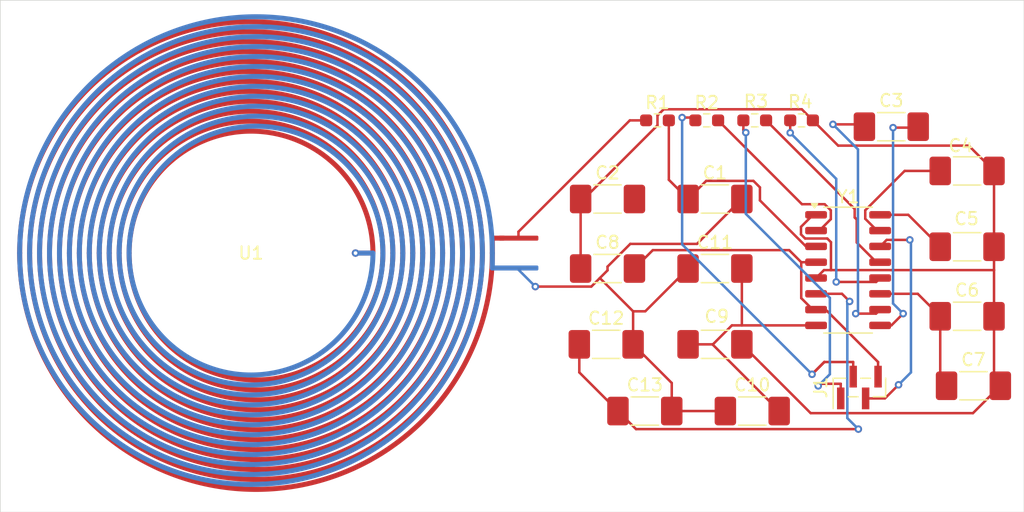
<source format=kicad_pcb>
(kicad_pcb (version 20241229) (generator "pcbnew") (generator_version "9.0")
  (layers (0 "F.Cu" signal) (2 "B.Cu" signal) (13 "F.Paste" user) (15 "B.Paste" user) (5 "F.SilkS" user "F.Silkscreen") (7 "B.SilkS" user "B.Silkscreen") (1 "F.Mask" user) (3 "B.Mask" user) (25 "Edge.Cuts" user))
  (net 0 "")
  (net 1 "Net-(Y1-ANT1)")
  (net 2 "Net-(U1-ANT_2)")
  (net 3 "Net-(Y1-DVSS)")
  (net 4 "GND")
  (net 5 "Net-(Y1-CDEC_OUT)")
  (net 6 "Net-(Y1-CDEC_IN)")
  (net 7 "Net-(Y1-FCAP)")
  (net 8 "Net-(Y1-DC2)")
  (net 9 "Net-(Y1-AGND)")
  (net 10 "+5V")
  (net 11 "Net-(Y1-DEMOD_IN)")
  (net 12 "Net-(J1-Pin_1)")
  (net 13 "Net-(J1-Pin_3)")
  (net 14 "Net-(J1-Pin_2)")
  (net 15 "Net-(U1-ANT_1)")
  (net 16 "Net-(Y1-RDY{slash}CLK)")
  (net 17 "Net-(Y1-DEMOD_OUT)")
  (net 18 "Net-(Y1-MOD)")
  (net 19 "Net-(Y1-ANT2)")
  (footprint "Capacitor_SMD:C_1808_4520Metric_Pad1.72x2.30mm_HandSolder" (layer "F.Cu") (at 156.3335 105.664)
    (property "Reference" "C8" (at 0 -2.1 0) (layer "F.SilkS"))
    (property "Value" "100 nF")
    (fp_line (start -1.097369 -1.135) (end 1.097369 -1.135) (stroke (width 0.12)) (layer "F.SilkS"))
    (fp_line (start -1.097369 1.135) (end 1.097369 1.135) (stroke (width 0.12)) (layer "F.SilkS"))
    (pad "1" smd roundrect (at -2.1625 0) (size 1.725 2.3) (layers "F.Cu" "F.Mask" "F.Paste") (roundrect_rratio 0.144928) (net 3 "Net-(Y1-DVSS)"))
    (pad "2" smd roundrect (at 2.1625 0) (size 1.725 2.3) (layers "F.Cu" "F.Mask" "F.Paste") (roundrect_rratio 0.144928) (net 10 "+5V"))
  )
  (footprint "Resistor_SMD:R_0603_1608Metric_Pad0.98x0.95mm_HandSolder" (layer "F.Cu") (at 160.3495 93.754)
    (property "Reference" "R1" (at 0 -1.43 0) (layer "F.SilkS"))
    (property "Value" "27Ω")
    (fp_line (start -0.254724 -0.5225) (end 0.254724 -0.5225) (stroke (width 0.12)) (layer "F.SilkS"))
    (fp_line (start -0.254724 0.5225) (end 0.254724 0.5225) (stroke (width 0.12)) (layer "F.SilkS"))
    (pad "1" smd roundrect (at -0.9125 0) (size 0.975 0.95) (layers "F.Cu" "F.Mask" "F.Paste") (net 15 "Net-(U1-ANT_1)"))
    (pad "2" smd roundrect (at 0.9125 0) (size 0.975 0.95) (layers "F.Cu" "F.Mask" "F.Paste") (net 1 "Net-(Y1-ANT1)"))
  )
  (footprint "Resistor_SMD:R_0603_1608Metric_Pad0.98x0.95mm_HandSolder" (layer "F.Cu") (at 164.31 93.754)
    (property "Reference" "R2" (at 0 -1.43 0) (layer "F.SilkS"))
    (property "Value" "10 kΩ")
    (fp_line (start -0.254724 -0.5225) (end 0.254724 -0.5225) (stroke (width 0.12)) (layer "F.SilkS"))
    (fp_line (start -0.254724 0.5225) (end 0.254724 0.5225) (stroke (width 0.12)) (layer "F.SilkS"))
    (pad "1" smd roundrect (at -0.9125 0) (size 0.975 0.95) (layers "F.Cu" "F.Mask" "F.Paste") (net 14 "Net-(J1-Pin_2)"))
    (pad "2" smd roundrect (at 0.9125 0) (size 0.975 0.95) (layers "F.Cu" "F.Mask" "F.Paste") (net 16 "Net-(Y1-RDY{slash}CLK)"))
  )
  (footprint "Capacitor_SMD:C_1808_4520Metric_Pad1.72x2.30mm_HandSolder" (layer "F.Cu") (at 185.2415 97.818)
    (property "Reference" "C4" (at -0.508 -2.032 0) (layer "F.SilkS"))
    (property "Value" "10nF")
    (fp_line (start -1.097369 -1.135) (end 1.097369 -1.135) (stroke (width 0.12)) (layer "F.SilkS"))
    (fp_line (start -1.097369 1.135) (end 1.097369 1.135) (stroke (width 0.12)) (layer "F.SilkS"))
    (pad "1" smd roundrect (at -2.1625 0) (size 1.725 2.3) (layers "F.Cu" "F.Mask" "F.Paste") (roundrect_rratio 0.144928) (net 7 "Net-(Y1-FCAP)"))
    (pad "2" smd roundrect (at 2.1625 0) (size 1.725 2.3) (layers "F.Cu" "F.Mask" "F.Paste") (roundrect_rratio 0.144928) (net 3 "Net-(Y1-DVSS)"))
  )
  (footprint "Capacitor_SMD:C_1808_4520Metric_Pad1.72x2.30mm_HandSolder" (layer "F.Cu") (at 156.227 111.76)
    (property "Reference" "C12" (at 0 -2.1 0) (layer "F.SilkS"))
    (property "Value" "1nF")
    (fp_line (start -1.097369 -1.135) (end 1.097369 -1.135) (stroke (width 0.12)) (layer "F.SilkS"))
    (fp_line (start -1.097369 1.135) (end 1.097369 1.135) (stroke (width 0.12)) (layer "F.SilkS"))
    (pad "1" smd roundrect (at -2.1625 0) (size 1.725 2.3) (layers "F.Cu" "F.Mask" "F.Paste") (roundrect_rratio 0.144928) (net 19 "Net-(Y1-ANT2)"))
    (pad "2" smd roundrect (at 2.1625 0) (size 1.725 2.3) (layers "F.Cu" "F.Mask" "F.Paste") (roundrect_rratio 0.144928) (net 2 "Net-(U1-ANT_2)"))
  )
  (footprint "antenna:134.2khz_2" (layer "F.Cu") (at 127.6735 104.422)
    (property "Reference" "U1" (at 0 0 0) (layer "F.SilkS"))
    (property "Value" "~")
    (fp_line (start 9.8 0) (end 8.4 0) (stroke (width 0.4)) (layer "F.Cu"))
    (fp_line (start 19.4 -1.2) (end 20.3 -1.2) (stroke (width 0.4)) (layer "F.Cu"))
    (fp_line (start 19.4 0) (end 19.4 -1.2) (stroke (width 0.4)) (layer "F.Cu"))
    (fp_arc (start -18.6 0) (mid 0 -18.6) (end 18.6 0) (stroke (width 0.4)) (layer "F.Cu"))
    (fp_arc (start -17.8 0) (mid 0 -17.8) (end 17.8 0) (stroke (width 0.4)) (layer "F.Cu"))
    (fp_arc (start -17 0) (mid 0 -17) (end 17 0) (stroke (width 0.4)) (layer "F.Cu"))
    (fp_arc (start -16.2 0) (mid 0 -16.2) (end 16.2 0) (stroke (width 0.4)) (layer "F.Cu"))
    (fp_arc (start -15.4 0) (mid 0 -15.4) (end 15.4 0) (stroke (width 0.4)) (layer "F.Cu"))
    (fp_arc (start -14.6 0) (mid 0 -14.6) (end 14.6 0) (stroke (width 0.4)) (layer "F.Cu"))
    (fp_arc (start -13.8 0) (mid 0 -13.8) (end 13.8 0) (stroke (width 0.4)) (layer "F.Cu"))
    (fp_arc (start -13 0) (mid 0 -13) (end 13 0) (stroke (width 0.4)) (layer "F.Cu"))
    (fp_arc (start -12.2 0) (mid 0 -12.2) (end 12.2 0) (stroke (width 0.4)) (layer "F.Cu"))
    (fp_arc (start -11.4 0) (mid 0 -11.4) (end 11.4 0) (stroke (width 0.4)) (layer "F.Cu"))
    (fp_arc (start -10.6 0) (mid 0 -10.6) (end 10.6 0) (stroke (width 0.4)) (layer "F.Cu"))
    (fp_arc (start -9.8 0) (mid 0 -9.8) (end 9.8 0) (stroke (width 0.4)) (layer "F.Cu"))
    (fp_arc (start 10.6 0) (mid 0.4 10.2) (end -9.8 0) (stroke (width 0.4)) (layer "F.Cu"))
    (fp_arc (start 11.4 0) (mid 0.4 11) (end -10.6 0) (stroke (width 0.4)) (layer "F.Cu"))
    (fp_arc (start 12.2 0) (mid 0.4 11.8) (end -11.4 0) (stroke (width 0.4)) (layer "F.Cu"))
    (fp_arc (start 13 0) (mid 0.4 12.6) (end -12.2 0) (stroke (width 0.4)) (layer "F.Cu"))
    (fp_arc (start 13.8 0) (mid 0.4 13.4) (end -13 0) (stroke (width 0.4)) (layer "F.Cu"))
    (fp_arc (start 14.6 0) (mid 0.4 14.2) (end -13.8 0) (stroke (width 0.4)) (layer "F.Cu"))
    (fp_arc (start 15.4 0) (mid 0.4 15) (end -14.6 0) (stroke (width 0.4)) (layer "F.Cu"))
    (fp_arc (start 16.2 0) (mid 0.4 15.8) (end -15.4 0) (stroke (width 0.4)) (layer "F.Cu"))
    (fp_arc (start 17 0) (mid 0.4 16.6) (end -16.2 0) (stroke (width 0.4)) (layer "F.Cu"))
    (fp_arc (start 17.8 0) (mid 0.4 17.4) (end -17 0) (stroke (width 0.4)) (layer "F.Cu"))
    (fp_arc (start 18.6 0) (mid 0.4 18.2) (end -17.8 0) (stroke (width 0.4)) (layer "F.Cu"))
    (fp_arc (start 19.4 0) (mid 0.4 19) (end -18.6 0) (stroke (width 0.4)) (layer "F.Cu"))
    (fp_line (start 9.8 0) (end 8.4 0) (stroke (width 0.4)) (layer "B.Cu"))
    (fp_line (start 19.4 0) (end 19.4 1.2) (stroke (width 0.4)) (layer "B.Cu"))
    (fp_line (start 19.4 1.2) (end 20.3 1.2) (stroke (width 0.4)) (layer "B.Cu"))
    (fp_arc (start -18.6 0) (mid 0.4 -19) (end 19.4 0) (stroke (width 0.4)) (layer "B.Cu"))
    (fp_arc (start -17.8 0) (mid 0.4 -18.2) (end 18.6 0) (stroke (width 0.4)) (layer "B.Cu"))
    (fp_arc (start -17 0) (mid 0.4 -17.4) (end 17.8 0) (stroke (width 0.4)) (layer "B.Cu"))
    (fp_arc (start -16.2 0) (mid 0.4 -16.6) (end 17 0) (stroke (width 0.4)) (layer "B.Cu"))
    (fp_arc (start -15.4 0) (mid 0.4 -15.8) (end 16.2 0) (stroke (width 0.4)) (layer "B.Cu"))
    (fp_arc (start -14.6 0) (mid 0.4 -15) (end 15.4 0) (stroke (width 0.4)) (layer "B.Cu"))
    (fp_arc (start -13.8 0) (mid 0.4 -14.2) (end 14.6 0) (stroke (width 0.4)) (layer "B.Cu"))
    (fp_arc (start -13 0) (mid 0.4 -13.4) (end 13.8 0) (stroke (width 0.4)) (layer "B.Cu"))
    (fp_arc (start -12.2 0) (mid 0.4 -12.6) (end 13 0) (stroke (width 0.4)) (layer "B.Cu"))
    (fp_arc (start -11.4 0) (mid 0.4 -11.8) (end 12.2 0) (stroke (width 0.4)) (layer "B.Cu"))
    (fp_arc (start -10.6 0) (mid 0.4 -11) (end 11.4 0) (stroke (width 0.4)) (layer "B.Cu"))
    (fp_arc (start -9.8 0) (mid 0.4 -10.2) (end 10.6 0) (stroke (width 0.4)) (layer "B.Cu"))
    (fp_arc (start 9.8 0) (mid 0 9.8) (end -9.8 0) (stroke (width 0.4)) (layer "B.Cu"))
    (fp_arc (start 10.6 0) (mid 0 10.6) (end -10.6 0) (stroke (width 0.4)) (layer "B.Cu"))
    (fp_arc (start 11.4 0) (mid 0 11.4) (end -11.4 0) (stroke (width 0.4)) (layer "B.Cu"))
    (fp_arc (start 12.2 0) (mid 0 12.2) (end -12.2 0) (stroke (width 0.4)) (layer "B.Cu"))
    (fp_arc (start 13 0) (mid 0 13) (end -13 0) (stroke (width 0.4)) (layer "B.Cu"))
    (fp_arc (start 13.8 0) (mid 0 13.8) (end -13.8 0) (stroke (width 0.4)) (layer "B.Cu"))
    (fp_arc (start 14.6 0) (mid 0 14.6) (end -14.6 0) (stroke (width 0.4)) (layer "B.Cu"))
    (fp_arc (start 15.4 0) (mid 0 15.4) (end -15.4 0) (stroke (width 0.4)) (layer "B.Cu"))
    (fp_arc (start 16.2 0) (mid 0 16.2) (end -16.2 0) (stroke (width 0.4)) (layer "B.Cu"))
    (fp_arc (start 17 0) (mid 0 17) (end -17 0) (stroke (width 0.4)) (layer "B.Cu"))
    (fp_arc (start 17.8 0) (mid 0 17.8) (end -17.8 0) (stroke (width 0.4)) (layer "B.Cu"))
    (fp_arc (start 18.6 0) (mid 0 18.6) (end -18.6 0) (stroke (width 0.4)) (layer "B.Cu"))
    (pad "0" thru_hole circle (at 8.4 0) (size 0.6 0.6) (drill 0.3) (layers "*.Cu"))
    (pad "1" smd roundrect (at 21.5 -1.2) (size 3.2 0.4) (layers "F.Cu") (net 15 "Net-(U1-ANT_1)"))
    (pad "2" smd roundrect (at 21.5 1.2) (size 3.2 0.4) (layers "B.Cu") (net 2 "Net-(U1-ANT_2)"))
  )
  (footprint "Resistor_SMD:R_0603_1608Metric_Pad0.98x0.95mm_HandSolder" (layer "F.Cu") (at 171.93 93.754)
    (property "Reference" "R4" (at -0.1035 -1.494 0) (layer "F.SilkS"))
    (property "Value" "10 kΩ")
    (fp_line (start -0.254724 -0.5225) (end 0.254724 -0.5225) (stroke (width 0.12)) (layer "F.SilkS"))
    (fp_line (start -0.254724 0.5225) (end 0.254724 0.5225) (stroke (width 0.12)) (layer "F.SilkS"))
    (pad "1" smd roundrect (at -0.9125 0) (size 0.975 0.95) (layers "F.Cu" "F.Mask" "F.Paste") (net 18 "Net-(Y1-MOD)"))
    (pad "2" smd roundrect (at 0.9125 0) (size 0.975 0.95) (layers "F.Cu" "F.Mask" "F.Paste") (net 3 "Net-(Y1-DVSS)"))
  )
  (footprint "Capacitor_SMD:C_1808_4520Metric_Pad1.72x2.30mm_HandSolder" (layer "F.Cu") (at 167.9695 117.122)
    (property "Reference" "C10" (at 0 -2.1 0) (layer "F.SilkS"))
    (property "Value" "22pF")
    (fp_line (start -1.097369 -1.135) (end 1.097369 -1.135) (stroke (width 0.12)) (layer "F.SilkS"))
    (fp_line (start -1.097369 1.135) (end 1.097369 1.135) (stroke (width 0.12)) (layer "F.SilkS"))
    (pad "1" smd roundrect (at -2.1625 0) (size 1.725 2.3) (layers "F.Cu" "F.Mask" "F.Paste") (roundrect_rratio 0.144928) (net 2 "Net-(U1-ANT_2)"))
    (pad "2" smd roundrect (at 2.1625 0) (size 1.725 2.3) (layers "F.Cu" "F.Mask" "F.Paste") (roundrect_rratio 0.144928) (net 11 "Net-(Y1-DEMOD_IN)"))
  )
  (footprint "Capacitor_SMD:C_1808_4520Metric_Pad1.72x2.30mm_HandSolder" (layer "F.Cu") (at 179.1455 94.262)
    (property "Reference" "C3" (at 0 -2.1 0) (layer "F.SilkS"))
    (property "Value" "100 nF")
    (fp_line (start -1.097369 -1.135) (end 1.097369 -1.135) (stroke (width 0.12)) (layer "F.SilkS"))
    (fp_line (start -1.097369 1.135) (end 1.097369 1.135) (stroke (width 0.12)) (layer "F.SilkS"))
    (pad "1" smd roundrect (at -2.1625 0) (size 1.725 2.3) (layers "F.Cu" "F.Mask" "F.Paste") (roundrect_rratio 0.144928) (net 6 "Net-(Y1-CDEC_IN)"))
    (pad "2" smd roundrect (at 2.1625 0) (size 1.725 2.3) (layers "F.Cu" "F.Mask" "F.Paste") (roundrect_rratio 0.144928) (net 5 "Net-(Y1-CDEC_OUT)"))
  )
  (footprint "Capacitor_SMD:C_1808_4520Metric_Pad1.72x2.30mm_HandSolder" (layer "F.Cu") (at 185.2415 109.502)
    (property "Reference" "C6" (at 0 -2.1 0) (layer "F.SilkS"))
    (property "Value" "100 nF")
    (fp_line (start -1.097369 -1.135) (end 1.097369 -1.135) (stroke (width 0.12)) (layer "F.SilkS"))
    (fp_line (start -1.097369 1.135) (end 1.097369 1.135) (stroke (width 0.12)) (layer "F.SilkS"))
    (pad "1" smd roundrect (at -2.1625 0) (size 1.725 2.3) (layers "F.Cu" "F.Mask" "F.Paste") (roundrect_rratio 0.144928) (net 9 "Net-(Y1-AGND)"))
    (pad "2" smd roundrect (at 2.1625 0) (size 1.725 2.3) (layers "F.Cu" "F.Mask" "F.Paste") (roundrect_rratio 0.144928) (net 3 "Net-(Y1-DVSS)"))
  )
  (footprint "Capacitor_SMD:C_1808_4520Metric_Pad1.72x2.30mm_HandSolder" (layer "F.Cu") (at 159.3335 117.122)
    (property "Reference" "C13" (at 0 -2.1 0) (layer "F.SilkS"))
    (property "Value" "1nF")
    (fp_line (start -1.097369 -1.135) (end 1.097369 -1.135) (stroke (width 0.12)) (layer "F.SilkS"))
    (fp_line (start -1.097369 1.135) (end 1.097369 1.135) (stroke (width 0.12)) (layer "F.SilkS"))
    (pad "1" smd roundrect (at -2.1625 0) (size 1.725 2.3) (layers "F.Cu" "F.Mask" "F.Paste") (roundrect_rratio 0.144928) (net 19 "Net-(Y1-ANT2)"))
    (pad "2" smd roundrect (at 2.1625 0) (size 1.725 2.3) (layers "F.Cu" "F.Mask" "F.Paste") (roundrect_rratio 0.144928) (net 2 "Net-(U1-ANT_2)"))
  )
  (footprint "Capacitor_SMD:C_1808_4520Metric_Pad1.72x2.30mm_HandSolder" (layer "F.Cu") (at 164.9695 100.076)
    (property "Reference" "C1" (at 0 -2.1 0) (layer "F.SilkS"))
    (property "Value" "2.4nF")
    (fp_line (start -1.097369 -1.135) (end 1.097369 -1.135) (stroke (width 0.12)) (layer "F.SilkS"))
    (fp_line (start -1.097369 1.135) (end 1.097369 1.135) (stroke (width 0.12)) (layer "F.SilkS"))
    (pad "1" smd roundrect (at -2.1625 0) (size 1.725 2.3) (layers "F.Cu" "F.Mask" "F.Paste") (roundrect_rratio 0.144928) (net 1 "Net-(Y1-ANT1)"))
    (pad "2" smd roundrect (at 2.1625 0) (size 1.725 2.3) (layers "F.Cu" "F.Mask" "F.Paste") (roundrect_rratio 0.144928) (net 2 "Net-(U1-ANT_2)"))
  )
  (footprint "Resistor_SMD:R_0603_1608Metric_Pad0.98x0.95mm_HandSolder" (layer "F.Cu") (at 168.167 93.754)
    (property "Reference" "R3" (at 0.1035 -1.524 0) (layer "F.SilkS"))
    (property "Value" "1 kΩ")
    (fp_line (start -0.254724 -0.5225) (end 0.254724 -0.5225) (stroke (width 0.12)) (layer "F.SilkS"))
    (fp_line (start -0.254724 0.5225) (end 0.254724 0.5225) (stroke (width 0.12)) (layer "F.SilkS"))
    (pad "1" smd roundrect (at -0.9125 0) (size 0.975 0.95) (layers "F.Cu" "F.Mask" "F.Paste") (net 12 "Net-(J1-Pin_1)"))
    (pad "2" smd roundrect (at 0.9125 0) (size 0.975 0.95) (layers "F.Cu" "F.Mask" "F.Paste") (net 17 "Net-(Y1-DEMOD_OUT)"))
  )
  (footprint "Package_SO:SO-16_3.9x9.9mm_P1.27mm" (layer "F.Cu") (at 175.6725 105.791)
    (property "Reference" "Y1" (at 0 -5.9 0) (layer "F.SilkS"))
    (property "Value" "EM4095HMSO16A+")
    (fp_line (start 0 -5.06) (end -1.95 -5.06) (stroke (width 0.12)) (layer "F.SilkS"))
    (fp_line (start 0 -5.06) (end 1.95 -5.06) (stroke (width 0.12)) (layer "F.SilkS"))
    (fp_line (start 0 5.06) (end -1.95 5.06) (stroke (width 0.12)) (layer "F.SilkS"))
    (fp_line (start 0 5.06) (end 1.95 5.06) (stroke (width 0.12)) (layer "F.SilkS"))
    (fp_poly (pts (xy -2.7 -5.005) (xy -2.94 -5.335) (xy -2.46 -5.335)) (stroke (width 0.12)) (fill yes) (layer "F.SilkS"))
    (pad "1" smd roundrect (at -2.575 -4.445) (size 1.75 0.6) (layers "F.Cu" "F.Mask" "F.Paste") (net 3 "Net-(Y1-DVSS)"))
    (pad "2" smd roundrect (at -2.575 -3.175) (size 1.75 0.6) (layers "F.Cu" "F.Mask" "F.Paste") (net 16 "Net-(Y1-RDY{slash}CLK)"))
    (pad "3" smd roundrect (at -2.575 -1.905) (size 1.75 0.6) (layers "F.Cu" "F.Mask" "F.Paste") (net 1 "Net-(Y1-ANT1)"))
    (pad "4" smd roundrect (at -2.575 -0.635) (size 1.75 0.6) (layers "F.Cu" "F.Mask" "F.Paste") (net 10 "+5V"))
    (pad "5" smd roundrect (at -2.575 0.635) (size 1.75 0.6) (layers "F.Cu" "F.Mask" "F.Paste") (net 3 "Net-(Y1-DVSS)"))
    (pad "6" smd roundrect (at -2.575 1.905) (size 1.75 0.6) (layers "F.Cu" "F.Mask" "F.Paste") (net 19 "Net-(Y1-ANT2)"))
    (pad "7" smd roundrect (at -2.575 3.175) (size 1.75 0.6) (layers "F.Cu" "F.Mask" "F.Paste") (net 10 "+5V"))
    (pad "8" smd roundrect (at -2.575 4.445) (size 1.75 0.6) (layers "F.Cu" "F.Mask" "F.Paste") (net 11 "Net-(Y1-DEMOD_IN)"))
    (pad "9" smd roundrect (at 2.575 4.445) (size 1.75 0.6) (layers "F.Cu" "F.Mask" "F.Paste") (net 5 "Net-(Y1-CDEC_OUT)"))
    (pad "10" smd roundrect (at 2.575 3.175) (size 1.75 0.6) (layers "F.Cu" "F.Mask" "F.Paste") (net 6 "Net-(Y1-CDEC_IN)"))
    (pad "11" smd roundrect (at 2.575 1.905) (size 1.75 0.6) (layers "F.Cu" "F.Mask" "F.Paste") (net 9 "Net-(Y1-AGND)"))
    (pad "12" smd roundrect (at 2.575 0.635) (size 1.75 0.6) (layers "F.Cu" "F.Mask" "F.Paste") (net 18 "Net-(Y1-MOD)"))
    (pad "13" smd roundrect (at 2.575 -0.635) (size 1.75 0.6) (layers "F.Cu" "F.Mask" "F.Paste") (net 17 "Net-(Y1-DEMOD_OUT)"))
    (pad "14" smd roundrect (at 2.575 -1.905) (size 1.75 0.6) (layers "F.Cu" "F.Mask" "F.Paste") (net 13 "Net-(J1-Pin_3)"))
    (pad "15" smd roundrect (at 2.575 -3.175) (size 1.75 0.6) (layers "F.Cu" "F.Mask" "F.Paste") (net 7 "Net-(Y1-FCAP)"))
    (pad "16" smd roundrect (at 2.575 -4.445) (size 1.75 0.6) (layers "F.Cu" "F.Mask" "F.Paste") (net 8 "Net-(Y1-DC2)"))
  )
  (footprint "Capacitor_SMD:C_1808_4520Metric_Pad1.72x2.30mm_HandSolder" (layer "F.Cu") (at 164.9695 111.76)
    (property "Reference" "C9" (at 0.1405 -2.246 0) (layer "F.SilkS"))
    (property "Value" "1.5nF")
    (fp_line (start -1.097369 -1.135) (end 1.097369 -1.135) (stroke (width 0.12)) (layer "F.SilkS"))
    (fp_line (start -1.097369 1.135) (end 1.097369 1.135) (stroke (width 0.12)) (layer "F.SilkS"))
    (pad "1" smd roundrect (at -2.1625 0) (size 1.725 2.3) (layers "F.Cu" "F.Mask" "F.Paste") (roundrect_rratio 0.144928) (net 11 "Net-(Y1-DEMOD_IN)"))
    (pad "2" smd roundrect (at 2.1625 0) (size 1.725 2.3) (layers "F.Cu" "F.Mask" "F.Paste") (roundrect_rratio 0.144928) (net 3 "Net-(Y1-DVSS)"))
  )
  (footprint "Connector_PinHeader_1.00mm:PinHeader_1x04_P1.00mm_Vertical_SMD_Pin1Left" (layer "F.Cu") (at 176.5815 115.231 90)
    (property "Reference" "J1" (at 0 -3.11 90) (layer "F.SilkS"))
    (property "Value" "Conn_01x04")
    (fp_line (start 0.745 -2.11) (end 0.745 -1.11) (stroke (width 0.12)) (layer "F.SilkS"))
    (fp_line (start -0.745 -2.11) (end 0.745 -2.11) (stroke (width 0.12)) (layer "F.SilkS"))
    (fp_line (start -0.745 -2.11) (end -0.745 -2.11) (stroke (width 0.12)) (layer "F.SilkS"))
    (fp_line (start -0.745 -2.11) (end -1.69 -2.11) (stroke (width 0.12)) (layer "F.SilkS"))
    (fp_line (start -0.745 -0.89) (end -0.745 -0.11) (stroke (width 0.12)) (layer "F.SilkS"))
    (fp_line (start 0.745 0.11) (end 0.745 0.89) (stroke (width 0.12)) (layer "F.SilkS"))
    (fp_line (start -0.745 1.11) (end -0.745 2.11) (stroke (width 0.12)) (layer "F.SilkS"))
    (fp_line (start 0.745 2.11) (end 0.745 2.11) (stroke (width 0.12)) (layer "F.SilkS"))
    (fp_line (start -0.745 2.11) (end 0.745 2.11) (stroke (width 0.12)) (layer "F.SilkS"))
    (pad "1" smd rect (at -0.875 -1.5 90) (size 1.75 0.6) (layers "F.Cu" "F.Mask" "F.Paste") (net 12 "Net-(J1-Pin_1)"))
    (pad "2" smd rect (at 0.875 -0.5 90) (size 1.75 0.6) (layers "F.Cu" "F.Mask" "F.Paste") (net 14 "Net-(J1-Pin_2)"))
    (pad "3" smd rect (at -0.875 0.5 90) (size 1.75 0.6) (layers "F.Cu" "F.Mask" "F.Paste") (net 13 "Net-(J1-Pin_3)"))
    (pad "4" smd rect (at 0.875 1.5 90) (size 1.75 0.6) (layers "F.Cu" "F.Mask" "F.Paste") (net 10 "+5V"))
  )
  (footprint "Capacitor_SMD:C_1808_4520Metric_Pad1.72x2.30mm_HandSolder" (layer "F.Cu") (at 185.7495 115.09)
    (property "Reference" "C7" (at 0 -2.1 0) (layer "F.SilkS"))
    (property "Value" "100 nF")
    (fp_line (start -1.097369 -1.135) (end 1.097369 -1.135) (stroke (width 0.12)) (layer "F.SilkS"))
    (fp_line (start -1.097369 1.135) (end 1.097369 1.135) (stroke (width 0.12)) (layer "F.SilkS"))
    (pad "1" smd roundrect (at -2.1625 0) (size 1.725 2.3) (layers "F.Cu" "F.Mask" "F.Paste") (roundrect_rratio 0.144928) (net 9 "Net-(Y1-AGND)"))
    (pad "2" smd roundrect (at 2.1625 0) (size 1.725 2.3) (layers "F.Cu" "F.Mask" "F.Paste") (roundrect_rratio 0.144928) (net 3 "Net-(Y1-DVSS)"))
  )
  (footprint "Capacitor_SMD:C_1808_4520Metric_Pad1.72x2.30mm_HandSolder" (layer "F.Cu") (at 164.9695 105.664)
    (property "Reference" "C11" (at 0 -2.1 0) (layer "F.SilkS"))
    (property "Value" "22pF")
    (fp_line (start -1.097369 -1.135) (end 1.097369 -1.135) (stroke (width 0.12)) (layer "F.SilkS"))
    (fp_line (start -1.097369 1.135) (end 1.097369 1.135) (stroke (width 0.12)) (layer "F.SilkS"))
    (pad "1" smd roundrect (at -2.1625 0) (size 1.725 2.3) (layers "F.Cu" "F.Mask" "F.Paste") (roundrect_rratio 0.144928) (net 2 "Net-(U1-ANT_2)"))
    (pad "2" smd roundrect (at 2.1625 0) (size 1.725 2.3) (layers "F.Cu" "F.Mask" "F.Paste") (roundrect_rratio 0.144928) (net 11 "Net-(Y1-DEMOD_IN)"))
  )
  (footprint "Capacitor_SMD:C_1808_4520Metric_Pad1.72x2.30mm_HandSolder" (layer "F.Cu") (at 156.3335 100.076)
    (property "Reference" "C2" (at 0 -2.1 0) (layer "F.SilkS"))
    (property "Value" "100 nF")
    (fp_line (start -1.097369 -1.135) (end 1.097369 -1.135) (stroke (width 0.12)) (layer "F.SilkS"))
    (fp_line (start -1.097369 1.135) (end 1.097369 1.135) (stroke (width 0.12)) (layer "F.SilkS"))
    (pad "1" smd roundrect (at -2.1625 0) (size 1.725 2.3) (layers "F.Cu" "F.Mask" "F.Paste") (roundrect_rratio 0.144928) (net 3 "Net-(Y1-DVSS)"))
    (pad "2" smd roundrect (at 2.1625 0) (size 1.725 2.3) (layers "F.Cu" "F.Mask" "F.Paste") (roundrect_rratio 0.144928) (net 4 "GND"))
  )
  (footprint "Capacitor_SMD:C_1808_4520Metric_Pad1.72x2.30mm_HandSolder" (layer "F.Cu") (at 185.2415 103.914)
    (property "Reference" "C5" (at -0.048 -2.258 0) (layer "F.SilkS"))
    (property "Value" "10nF")
    (fp_line (start -1.097369 -1.135) (end 1.097369 -1.135) (stroke (width 0.12)) (layer "F.SilkS"))
    (fp_line (start -1.097369 1.135) (end 1.097369 1.135) (stroke (width 0.12)) (layer "F.SilkS"))
    (pad "1" smd roundrect (at -2.1625 0) (size 1.725 2.3) (layers "F.Cu" "F.Mask" "F.Paste") (roundrect_rratio 0.144928) (net 8 "Net-(Y1-DC2)"))
    (pad "2" smd roundrect (at 2.1625 0) (size 1.725 2.3) (layers "F.Cu" "F.Mask" "F.Paste") (roundrect_rratio 0.144928) (net 3 "Net-(Y1-DVSS)"))
  )
  (gr_rect (start 107.5175 84.102) (end 189.8135 125.25) (stroke (width 0.05)) (fill no) (layer "Edge.Cuts"))
  (segment (start 168.5852 99.1417) (end 168.0628 98.6193) (width 0.2) (layer "F.Cu") (net 1))
  (segment (start 172.2836 103.886) (end 168.5852 100.1876) (width 0.2) (layer "F.Cu") (net 1))
  (segment (start 164.2637 98.6193) (end 162.807 100.076) (width 0.2) (layer "F.Cu") (net 1))
  (segment (start 168.0628 98.6193) (end 164.2637 98.6193) (width 0.2) (layer "F.Cu") (net 1))
  (segment (start 173.0975 103.886) (end 172.2836 103.886) (width 0.2) (layer "F.Cu") (net 1))
  (segment (start 162.807 100.076) (end 161.262 98.531) (width 0.2) (layer "F.Cu") (net 1))
  (segment (start 161.262 98.531) (end 161.262 93.754) (width 0.2) (layer "F.Cu") (net 1))
  (segment (start 168.5852 100.1876) (end 168.5852 99.1417) (width 0.2) (layer "F.Cu") (net 1))
  (segment (start 159.3668 109.1042) (end 158.3895 109.1042) (width 0.2) (layer "F.Cu") (net 2))
  (segment (start 167.132 100.076) (end 163.5237 103.6843) (width 0.2) (layer "F.Cu") (net 2))
  (segment (start 156.3335 105.8125) (end 155.7157 106.4303) (width 0.2) (layer "F.Cu") (net 2))
  (segment (start 158.1611 103.6843) (end 156.3335 105.5119) (width 0.2) (layer "F.Cu") (net 2))
  (segment (start 161.496 114.8665) (end 158.3895 111.76) (width 0.2) (layer "F.Cu") (net 2))
  (segment (start 162.807 105.664) (end 159.3668 109.1042) (width 0.2) (layer "F.Cu") (net 2))
  (segment (start 155.0294 107.1166) (end 150.5298 107.1166) (width 0.2) (layer "F.Cu") (net 2))
  (segment (start 156.3335 105.5119) (end 156.3335 105.8125) (width 0.2) (layer "F.Cu") (net 2))
  (segment (start 155.7157 106.4303) (end 155.0294 107.1166) (width 0.2) (layer "F.Cu") (net 2))
  (segment (start 161.496 117.122) (end 161.496 114.8665) (width 0.2) (layer "F.Cu") (net 2))
  (segment (start 161.496 117.122) (end 165.807 117.122) (width 0.2) (layer "F.Cu") (net 2))
  (segment (start 158.3895 109.1042) (end 158.3895 111.76) (width 0.2) (layer "F.Cu") (net 2))
  (segment (start 163.5237 103.6843) (end 158.1611 103.6843) (width 0.2) (layer "F.Cu") (net 2))
  (segment (start 158.3895 109.1042) (end 155.7157 106.4303) (width 0.2) (layer "F.Cu") (net 2))
  (via (at 150.5298 107.1166) (size 0.6) (drill 0.3) (layers "F.Cu" "B.Cu") (net 2))
  (segment (start 149.1735 105.7603) (end 149.1735 105.622) (width 0.2) (layer "B.Cu") (net 2))
  (segment (start 150.5298 107.1166) (end 149.1735 105.7603) (width 0.2) (layer "B.Cu") (net 2))
  (segment (start 185.7114 117.2906) (end 187.912 115.09) (width 0.2) (layer "F.Cu") (net 3))
  (segment (start 171.9518 92.8633) (end 160.8472 92.8633) (width 0.2) (layer "F.Cu") (net 3))
  (segment (start 174.8727 95.7842) (end 185.3702 95.7842) (width 0.2) (layer "F.Cu") (net 3))
  (segment (start 172.8425 93.754) (end 171.9518 92.8633) (width 0.2) (layer "F.Cu") (net 3))
  (segment (start 173.0975 106.426) (end 173.7324 105.7911) (width 0.2) (layer "F.Cu") (net 3))
  (segment (start 154.171 105.664) (end 154.171 100.076) (width 0.2) (layer "F.Cu") (net 3))
  (segment (start 154.4255 100.076) (end 154.171 100.076) (width 0.2) (layer "F.Cu") (net 3))
  (segment (start 174.2953 105.7911) (end 187.404 105.7911) (width 0.2) (layer "F.Cu") (net 3))
  (segment (start 173.9984 103.251) (end 172.2166 103.251) (width 0.2) (layer "F.Cu") (net 3))
  (segment (start 187.404 109.502) (end 187.404 105.7911) (width 0.2) (layer "F.Cu") (net 3))
  (segment (start 187.404 105.7911) (end 187.404 103.914) (width 0.2) (layer "F.Cu") (net 3))
  (segment (start 174.2953 105.7911) (end 174.2953 103.5479) (width 0.2) (layer "F.Cu") (net 3))
  (segment (start 187.912 115.09) (end 187.404 114.582) (width 0.2) (layer "F.Cu") (net 3))
  (segment (start 160.3495 94.152) (end 154.4255 100.076) (width 0.2) (layer "F.Cu") (net 3))
  (segment (start 174.2953 103.5479) (end 173.9984 103.251) (width 0.2) (layer "F.Cu") (net 3))
  (segment (start 173.7324 105.7911) (end 174.2953 105.7911) (width 0.2) (layer "F.Cu") (net 3))
  (segment (start 187.404 114.582) (end 187.404 109.502) (width 0.2) (layer "F.Cu") (net 3))
  (segment (start 171.8859 102.3126) (end 172.8525 101.346) (width 0.2) (layer "F.Cu") (net 3))
  (segment (start 187.404 97.818) (end 187.404 103.914) (width 0.2) (layer "F.Cu") (net 3))
  (segment (start 185.3702 95.7842) (end 187.404 97.818) (width 0.2) (layer "F.Cu") (net 3))
  (segment (start 160.3495 93.361) (end 160.3495 94.152) (width 0.2) (layer "F.Cu") (net 3))
  (segment (start 172.6626 117.2906) (end 185.7114 117.2906) (width 0.2) (layer "F.Cu") (net 3))
  (segment (start 167.132 111.76) (end 172.6626 117.2906) (width 0.2) (layer "F.Cu") (net 3))
  (segment (start 172.8425 93.754) (end 174.8727 95.7842) (width 0.2) (layer "F.Cu") (net 3))
  (segment (start 172.8525 101.346) (end 173.0975 101.346) (width 0.2) (layer "F.Cu") (net 3))
  (segment (start 172.2166 103.251) (end 171.8859 102.9203) (width 0.2) (layer "F.Cu") (net 3))
  (segment (start 160.8472 92.8633) (end 160.3495 93.361) (width 0.2) (layer "F.Cu") (net 3))
  (segment (start 171.8859 102.9203) (end 171.8859 102.3126) (width 0.2) (layer "F.Cu") (net 3))
  (segment (start 179.1526 110.236) (end 180.0991 109.2895) (width 0.2) (layer "F.Cu") (net 5))
  (segment (start 181.2318 94.3382) (end 181.308 94.262) (width 0.2) (layer "F.Cu") (net 5))
  (segment (start 179.2866 94.3382) (end 181.2318 94.3382) (width 0.2) (layer "F.Cu") (net 5))
  (segment (start 178.2475 110.236) (end 179.1526 110.236) (width 0.2) (layer "F.Cu") (net 5))
  (via (at 180.0991 109.2895) (size 0.6) (drill 0.3) (layers "F.Cu" "B.Cu") (net 5))
  (via (at 179.2866 94.3382) (size 0.6) (drill 0.3) (layers "F.Cu" "B.Cu") (net 5))
  (segment (start 179.2866 94.3382) (end 179.2866 108.477) (width 0.2) (layer "B.Cu") (net 5))
  (segment (start 179.2866 108.477) (end 180.0991 109.2895) (width 0.2) (layer "B.Cu") (net 5))
  (segment (start 176.7959 94.0749) (end 176.983 94.262) (width 0.2) (layer "F.Cu") (net 6))
  (segment (start 177.924 109.2895) (end 178.2475 108.966) (width 0.2) (layer "F.Cu") (net 6))
  (segment (start 174.4546 94.0749) (end 176.7959 94.0749) (width 0.2) (layer "F.Cu") (net 6))
  (segment (start 176.2845 109.2895) (end 177.924 109.2895) (width 0.2) (layer "F.Cu") (net 6))
  (via (at 174.4546 94.0749) (size 0.6) (drill 0.3) (layers "F.Cu" "B.Cu") (net 6))
  (via (at 176.2845 109.2895) (size 0.6) (drill 0.3) (layers "F.Cu" "B.Cu") (net 6))
  (segment (start 176.4659 96.0862) (end 174.4546 94.0749) (width 0.2) (layer "B.Cu") (net 6))
  (segment (start 176.4659 109.1081) (end 176.4659 96.0862) (width 0.2) (layer "B.Cu") (net 6))
  (segment (start 176.2845 109.2895) (end 176.4659 109.1081) (width 0.2) (layer "B.Cu") (net 6))
  (segment (start 177.051 100.9837) (end 177.051 101.6643) (width 0.2) (layer "F.Cu") (net 7))
  (segment (start 183.079 97.818) (end 180.2167 97.818) (width 0.2) (layer "F.Cu") (net 7))
  (segment (start 180.2167 97.818) (end 177.051 100.9837) (width 0.2) (layer "F.Cu") (net 7))
  (segment (start 178.0027 102.616) (end 178.2475 102.616) (width 0.2) (layer "F.Cu") (net 7))
  (segment (start 177.051 101.6643) (end 178.0027 102.616) (width 0.2) (layer "F.Cu") (net 7))
  (segment (start 183.079 103.914) (end 180.511 101.346) (width 0.2) (layer "F.Cu") (net 8))
  (segment (start 180.511 101.346) (end 178.2475 101.346) (width 0.2) (layer "F.Cu") (net 8))
  (segment (start 181.273 107.696) (end 183.079 109.502) (width 0.2) (layer "F.Cu") (net 9))
  (segment (start 183.587 115.09) (end 183.079 114.582) (width 0.2) (layer "F.Cu") (net 9))
  (segment (start 183.079 114.582) (end 183.079 109.502) (width 0.2) (layer "F.Cu") (net 9))
  (segment (start 178.2475 107.696) (end 181.273 107.696) (width 0.2) (layer "F.Cu") (net 9))
  (segment (start 171.9054 108.043) (end 172.8284 108.966) (width 0.2) (layer "F.Cu") (net 10))
  (segment (start 173.8682 108.966) (end 178.0815 113.1793) (width 0.2) (layer "F.Cu") (net 10))
  (segment (start 170.9355 104.1861) (end 171.9054 105.156) (width 0.2) (layer "F.Cu") (net 10))
  (segment (start 171.9054 105.156) (end 173.0975 105.156) (width 0.2) (layer "F.Cu") (net 10))
  (segment (start 171.9054 105.156) (end 171.9054 108.043) (width 0.2) (layer "F.Cu") (net 10))
  (segment (start 158.496 105.664) (end 159.9739 104.1861) (width 0.2) (layer "F.Cu") (net 10))
  (segment (start 172.8284 108.966) (end 173.0975 108.966) (width 0.2) (layer "F.Cu") (net 10))
  (segment (start 159.9739 104.1861) (end 170.9355 104.1861) (width 0.2) (layer "F.Cu") (net 10))
  (segment (start 178.0815 114.356) (end 178.0815 113.1793) (width 0.2) (layer "F.Cu") (net 10))
  (segment (start 173.0975 108.966) (end 173.8682 108.966) (width 0.2) (layer "F.Cu") (net 10))
  (segment (start 167.132 105.664) (end 167.132 110.236) (width 0.2) (layer "F.Cu") (net 11))
  (segment (start 164.8051 111.76) (end 166.3291 110.236) (width 0.2) (layer "F.Cu") (net 11))
  (segment (start 164.8051 111.7951) (end 164.8051 111.76) (width 0.2) (layer "F.Cu") (net 11))
  (segment (start 170.132 117.122) (end 164.8051 111.7951) (width 0.2) (layer "F.Cu") (net 11))
  (segment (start 166.3291 110.236) (end 167.132 110.236) (width 0.2) (layer "F.Cu") (net 11))
  (segment (start 164.8051 111.76) (end 162.807 111.76) (width 0.2) (layer "F.Cu") (net 11))
  (segment (start 167.132 110.236) (end 173.0975 110.236) (width 0.2) (layer "F.Cu") (net 11))
  (segment (start 173.4408 114.9293) (end 173.2712 115.0989) (width 0.2) (layer "F.Cu") (net 12))
  (segment (start 173.4408 114.9293) (end 175.0815 114.9293) (width 0.2) (layer "F.Cu") (net 12))
  (segment (start 175.0815 116.106) (end 175.0815 114.9293) (width 0.2) (layer "F.Cu") (net 12))
  (segment (start 167.2545 93.754) (end 167.2545 94.5392) (width 0.2) (layer "F.Cu") (net 12))
  (segment (start 173.2712 115.0989) (end 173.4408 114.9293) (width 0.2) (layer "F.Cu") (net 12))
  (segment (start 167.2545 94.5392) (end 167.4503 94.735) (width 0.2) (layer "F.Cu") (net 12))
  (segment (start 173.2712 115.0989) (end 173.4408 114.9293) (width 0.2) (layer "F.Cu") (net 12))
  (via (at 173.2712 115.0989) (size 0.6) (drill 0.3) (layers "F.Cu" "B.Cu") (net 12))
  (via (at 167.4503 94.735) (size 0.6) (drill 0.3) (layers "F.Cu" "B.Cu") (net 12))
  (segment (start 167.4503 101.2681) (end 167.4503 94.735) (width 0.2) (layer "B.Cu") (net 12))
  (segment (start 173.2712 115.0989) (end 173.4408 114.9293) (width 0.2) (layer "B.Cu") (net 12))
  (segment (start 173.4408 114.9293) (end 173.2712 115.0989) (width 0.2) (layer "B.Cu") (net 12))
  (segment (start 174.2072 108.025) (end 167.4503 101.2681) (width 0.2) (layer "B.Cu") (net 12))
  (segment (start 173.2712 115.0989) (end 174.2072 114.1629) (width 0.2) (layer "B.Cu") (net 12))
  (segment (start 174.2072 114.1629) (end 174.2072 108.025) (width 0.2) (layer "B.Cu") (net 12))
  (segment (start 178.635 116.106) (end 179.7283 115.0127) (width 0.2) (layer "F.Cu") (net 13))
  (segment (start 177.0815 116.106) (end 178.635 116.106) (width 0.2) (layer "F.Cu") (net 13))
  (segment (start 178.7701 103.3634) (end 178.2475 103.886) (width 0.2) (layer "F.Cu") (net 13))
  (segment (start 180.6371 103.3634) (end 178.7701 103.3634) (width 0.2) (layer "F.Cu") (net 13))
  (via (at 179.7283 115.0127) (size 0.6) (drill 0.3) (layers "F.Cu" "B.Cu") (net 13))
  (via (at 180.6371 103.3634) (size 0.6) (drill 0.3) (layers "F.Cu" "B.Cu") (net 13))
  (segment (start 180.7258 103.4521) (end 180.6371 103.3634) (width 0.2) (layer "B.Cu") (net 13))
  (segment (start 179.7283 115.0127) (end 180.7258 114.0152) (width 0.2) (layer "B.Cu") (net 13))
  (segment (start 180.7258 114.0152) (end 180.7258 103.4521) (width 0.2) (layer "B.Cu") (net 13))
  (segment (start 173.7625 113.1793) (end 172.7744 114.1674) (width 0.2) (layer "F.Cu") (net 14))
  (segment (start 172.7744 114.1674) (end 173.7625 113.1793) (width 0.2) (layer "F.Cu") (net 14))
  (segment (start 172.7732 114.1662) (end 172.7744 114.1674) (width 0.2) (layer "F.Cu") (net 14))
  (segment (start 163.1703 93.5268) (end 163.3975 93.754) (width 0.2) (layer "F.Cu") (net 14))
  (segment (start 176.0815 114.356) (end 176.0815 113.1793) (width 0.2) (layer "F.Cu") (net 14))
  (segment (start 172.7744 114.1674) (end 172.7732 114.1662) (width 0.2) (layer "F.Cu") (net 14))
  (segment (start 162.3298 93.5268) (end 163.1703 93.5268) (width 0.2) (layer "F.Cu") (net 14))
  (segment (start 173.7625 113.1793) (end 176.0815 113.1793) (width 0.2) (layer "F.Cu") (net 14))
  (segment (start 172.7744 114.1674) (end 173.7625 113.1793) (width 0.2) (layer "F.Cu") (net 14))
  (via (at 172.7744 114.1674) (size 0.6) (drill 0.3) (layers "F.Cu" "B.Cu") (net 14))
  (via (at 162.3298 93.5268) (size 0.6) (drill 0.3) (layers "F.Cu" "B.Cu") (net 14))
  (segment (start 172.7732 114.1662) (end 172.7744 114.1674) (width 0.2) (layer "B.Cu") (net 14))
  (segment (start 162.3298 93.5268) (end 162.3298 103.7228) (width 0.2) (layer "B.Cu") (net 14))
  (segment (start 172.7744 114.1674) (end 172.7732 114.1662) (width 0.2) (layer "B.Cu") (net 14))
  (segment (start 162.3298 103.7228) (end 172.7744 114.1674) (width 0.2) (layer "B.Cu") (net 14))
  (segment (start 158.1252 93.754) (end 149.1735 102.7057) (width 0.2) (layer "F.Cu") (net 15))
  (segment (start 159.437 93.754) (end 158.1252 93.754) (width 0.2) (layer "F.Cu") (net 15))
  (segment (start 149.1735 102.7057) (end 149.1735 103.222) (width 0.2) (layer "F.Cu") (net 15))
  (segment (start 173.0975 102.616) (end 173.3621 102.616) (width 0.2) (layer "F.Cu") (net 16))
  (segment (start 174.2842 100.9871) (end 173.7897 100.4926) (width 0.2) (layer "F.Cu") (net 16))
  (segment (start 171.9611 100.4926) (end 165.2225 93.754) (width 0.2) (layer "F.Cu") (net 16))
  (segment (start 173.7897 100.4926) (end 171.9611 100.4926) (width 0.2) (layer "F.Cu") (net 16))
  (segment (start 173.3621 102.616) (end 174.2842 101.6939) (width 0.2) (layer "F.Cu") (net 16))
  (segment (start 174.2842 101.6939) (end 174.2842 100.9871) (width 0.2) (layer "F.Cu") (net 16))
  (segment (start 176.202 101.555) (end 176.3668 101.7198) (width 0.2) (layer "F.Cu") (net 17))
  (segment (start 176.3668 103.5718) (end 177.951 105.156) (width 0.2) (layer "F.Cu") (net 17))
  (segment (start 176.3668 101.7198) (end 176.3668 103.5718) (width 0.2) (layer "F.Cu") (net 17))
  (segment (start 177.951 105.156) (end 178.2475 105.156) (width 0.2) (layer "F.Cu") (net 17))
  (segment (start 169.0795 93.754) (end 176.202 100.8765) (width 0.2) (layer "F.Cu") (net 17))
  (segment (start 176.202 101.555) (end 176.3668 101.7198) (width 0.2) (layer "F.Cu") (net 17))
  (segment (start 176.202 100.8765) (end 176.202 101.555) (width 0.2) (layer "F.Cu") (net 17))
  (segment (start 177.93 106.7435) (end 178.2475 106.426) (width 0.2) (layer "F.Cu") (net 18))
  (segment (start 171.0175 93.754) (end 171.0175 94.7539) (width 0.2) (layer "F.Cu") (net 18))
  (segment (start 174.7182 106.7435) (end 177.93 106.7435) (width 0.2) (layer "F.Cu") (net 18))
  (via (at 171.0175 94.7539) (size 0.6) (drill 0.3) (layers "F.Cu" "B.Cu") (net 18))
  (via (at 174.7182 106.7435) (size 0.6) (drill 0.3) (layers "F.Cu" "B.Cu") (net 18))
  (segment (start 174.7182 98.4546) (end 174.7182 106.7435) (width 0.2) (layer "B.Cu") (net 18))
  (segment (start 171.0175 94.7539) (end 174.7182 98.4546) (width 0.2) (layer "B.Cu") (net 18))
  (segment (start 154.0645 114.0155) (end 157.171 117.122) (width 0.2) (layer "F.Cu") (net 19))
  (segment (start 175.7956 108.3092) (end 175.1824 107.696) (width 0.2) (layer "F.Cu") (net 19))
  (segment (start 175.1824 107.696) (end 173.0975 107.696) (width 0.2) (layer "F.Cu") (net 19))
  (segment (start 154.0645 111.76) (end 154.0645 114.0155) (width 0.2) (layer "F.Cu") (net 19))
  (segment (start 158.6236 118.5746) (end 176.4978 118.5746) (width 0.2) (layer "F.Cu") (net 19))
  (segment (start 157.171 117.122) (end 158.6236 118.5746) (width 0.2) (layer "F.Cu") (net 19))
  (via (at 175.7956 108.3092) (size 0.6) (drill 0.3) (layers "F.Cu" "B.Cu") (net 19))
  (via (at 176.4978 118.5746) (size 0.6) (drill 0.3) (layers "F.Cu" "B.Cu") (net 19))
  (segment (start 175.6103 108.4945) (end 175.6103 117.6871) (width 0.2) (layer "B.Cu") (net 19))
  (segment (start 175.6103 117.6871) (end 176.4978 118.5746) (width 0.2) (layer "B.Cu") (net 19))
  (segment (start 175.7956 108.3092) (end 175.6103 108.4945) (width 0.2) (layer "B.Cu") (net 19))
)
</source>
